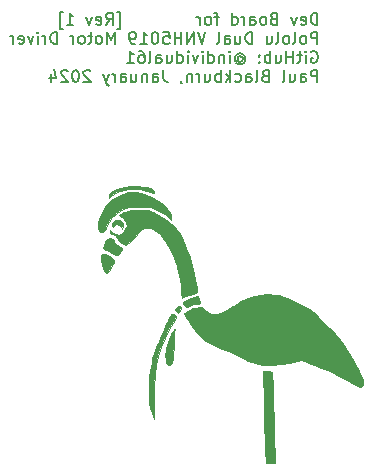
<source format=gbo>
%TF.GenerationSoftware,KiCad,Pcbnew,7.0.10*%
%TF.CreationDate,2024-01-18T22:20:46-08:00*%
%TF.ProjectId,r2dtf dev board rev 1,72326474-6620-4646-9576-20626f617264,rev?*%
%TF.SameCoordinates,Original*%
%TF.FileFunction,Legend,Bot*%
%TF.FilePolarity,Positive*%
%FSLAX46Y46*%
G04 Gerber Fmt 4.6, Leading zero omitted, Abs format (unit mm)*
G04 Created by KiCad (PCBNEW 7.0.10) date 2024-01-18 22:20:46*
%MOMM*%
%LPD*%
G01*
G04 APERTURE LIST*
%ADD10C,0.153000*%
%ADD11C,0.010000*%
%ADD12C,3.200000*%
%ADD13C,1.727200*%
%ADD14R,1.727200X1.727200*%
%ADD15C,2.000000*%
%ADD16O,2.400000X4.400000*%
%ADD17C,1.778000*%
%ADD18R,1.700000X1.700000*%
%ADD19O,1.700000X1.700000*%
G04 APERTURE END LIST*
D10*
X116861247Y-69939663D02*
X116861247Y-68939663D01*
X116861247Y-68939663D02*
X116623152Y-68939663D01*
X116623152Y-68939663D02*
X116480295Y-68987282D01*
X116480295Y-68987282D02*
X116385057Y-69082520D01*
X116385057Y-69082520D02*
X116337438Y-69177758D01*
X116337438Y-69177758D02*
X116289819Y-69368234D01*
X116289819Y-69368234D02*
X116289819Y-69511091D01*
X116289819Y-69511091D02*
X116337438Y-69701567D01*
X116337438Y-69701567D02*
X116385057Y-69796805D01*
X116385057Y-69796805D02*
X116480295Y-69892044D01*
X116480295Y-69892044D02*
X116623152Y-69939663D01*
X116623152Y-69939663D02*
X116861247Y-69939663D01*
X115480295Y-69892044D02*
X115575533Y-69939663D01*
X115575533Y-69939663D02*
X115766009Y-69939663D01*
X115766009Y-69939663D02*
X115861247Y-69892044D01*
X115861247Y-69892044D02*
X115908866Y-69796805D01*
X115908866Y-69796805D02*
X115908866Y-69415853D01*
X115908866Y-69415853D02*
X115861247Y-69320615D01*
X115861247Y-69320615D02*
X115766009Y-69272996D01*
X115766009Y-69272996D02*
X115575533Y-69272996D01*
X115575533Y-69272996D02*
X115480295Y-69320615D01*
X115480295Y-69320615D02*
X115432676Y-69415853D01*
X115432676Y-69415853D02*
X115432676Y-69511091D01*
X115432676Y-69511091D02*
X115908866Y-69606329D01*
X115099342Y-69272996D02*
X114861247Y-69939663D01*
X114861247Y-69939663D02*
X114623152Y-69272996D01*
X113146961Y-69415853D02*
X113004104Y-69463472D01*
X113004104Y-69463472D02*
X112956485Y-69511091D01*
X112956485Y-69511091D02*
X112908866Y-69606329D01*
X112908866Y-69606329D02*
X112908866Y-69749186D01*
X112908866Y-69749186D02*
X112956485Y-69844424D01*
X112956485Y-69844424D02*
X113004104Y-69892044D01*
X113004104Y-69892044D02*
X113099342Y-69939663D01*
X113099342Y-69939663D02*
X113480294Y-69939663D01*
X113480294Y-69939663D02*
X113480294Y-68939663D01*
X113480294Y-68939663D02*
X113146961Y-68939663D01*
X113146961Y-68939663D02*
X113051723Y-68987282D01*
X113051723Y-68987282D02*
X113004104Y-69034901D01*
X113004104Y-69034901D02*
X112956485Y-69130139D01*
X112956485Y-69130139D02*
X112956485Y-69225377D01*
X112956485Y-69225377D02*
X113004104Y-69320615D01*
X113004104Y-69320615D02*
X113051723Y-69368234D01*
X113051723Y-69368234D02*
X113146961Y-69415853D01*
X113146961Y-69415853D02*
X113480294Y-69415853D01*
X112337437Y-69939663D02*
X112432675Y-69892044D01*
X112432675Y-69892044D02*
X112480294Y-69844424D01*
X112480294Y-69844424D02*
X112527913Y-69749186D01*
X112527913Y-69749186D02*
X112527913Y-69463472D01*
X112527913Y-69463472D02*
X112480294Y-69368234D01*
X112480294Y-69368234D02*
X112432675Y-69320615D01*
X112432675Y-69320615D02*
X112337437Y-69272996D01*
X112337437Y-69272996D02*
X112194580Y-69272996D01*
X112194580Y-69272996D02*
X112099342Y-69320615D01*
X112099342Y-69320615D02*
X112051723Y-69368234D01*
X112051723Y-69368234D02*
X112004104Y-69463472D01*
X112004104Y-69463472D02*
X112004104Y-69749186D01*
X112004104Y-69749186D02*
X112051723Y-69844424D01*
X112051723Y-69844424D02*
X112099342Y-69892044D01*
X112099342Y-69892044D02*
X112194580Y-69939663D01*
X112194580Y-69939663D02*
X112337437Y-69939663D01*
X111146961Y-69939663D02*
X111146961Y-69415853D01*
X111146961Y-69415853D02*
X111194580Y-69320615D01*
X111194580Y-69320615D02*
X111289818Y-69272996D01*
X111289818Y-69272996D02*
X111480294Y-69272996D01*
X111480294Y-69272996D02*
X111575532Y-69320615D01*
X111146961Y-69892044D02*
X111242199Y-69939663D01*
X111242199Y-69939663D02*
X111480294Y-69939663D01*
X111480294Y-69939663D02*
X111575532Y-69892044D01*
X111575532Y-69892044D02*
X111623151Y-69796805D01*
X111623151Y-69796805D02*
X111623151Y-69701567D01*
X111623151Y-69701567D02*
X111575532Y-69606329D01*
X111575532Y-69606329D02*
X111480294Y-69558710D01*
X111480294Y-69558710D02*
X111242199Y-69558710D01*
X111242199Y-69558710D02*
X111146961Y-69511091D01*
X110670770Y-69939663D02*
X110670770Y-69272996D01*
X110670770Y-69463472D02*
X110623151Y-69368234D01*
X110623151Y-69368234D02*
X110575532Y-69320615D01*
X110575532Y-69320615D02*
X110480294Y-69272996D01*
X110480294Y-69272996D02*
X110385056Y-69272996D01*
X109623151Y-69939663D02*
X109623151Y-68939663D01*
X109623151Y-69892044D02*
X109718389Y-69939663D01*
X109718389Y-69939663D02*
X109908865Y-69939663D01*
X109908865Y-69939663D02*
X110004103Y-69892044D01*
X110004103Y-69892044D02*
X110051722Y-69844424D01*
X110051722Y-69844424D02*
X110099341Y-69749186D01*
X110099341Y-69749186D02*
X110099341Y-69463472D01*
X110099341Y-69463472D02*
X110051722Y-69368234D01*
X110051722Y-69368234D02*
X110004103Y-69320615D01*
X110004103Y-69320615D02*
X109908865Y-69272996D01*
X109908865Y-69272996D02*
X109718389Y-69272996D01*
X109718389Y-69272996D02*
X109623151Y-69320615D01*
X108527912Y-69272996D02*
X108146960Y-69272996D01*
X108385055Y-69939663D02*
X108385055Y-69082520D01*
X108385055Y-69082520D02*
X108337436Y-68987282D01*
X108337436Y-68987282D02*
X108242198Y-68939663D01*
X108242198Y-68939663D02*
X108146960Y-68939663D01*
X107670769Y-69939663D02*
X107766007Y-69892044D01*
X107766007Y-69892044D02*
X107813626Y-69844424D01*
X107813626Y-69844424D02*
X107861245Y-69749186D01*
X107861245Y-69749186D02*
X107861245Y-69463472D01*
X107861245Y-69463472D02*
X107813626Y-69368234D01*
X107813626Y-69368234D02*
X107766007Y-69320615D01*
X107766007Y-69320615D02*
X107670769Y-69272996D01*
X107670769Y-69272996D02*
X107527912Y-69272996D01*
X107527912Y-69272996D02*
X107432674Y-69320615D01*
X107432674Y-69320615D02*
X107385055Y-69368234D01*
X107385055Y-69368234D02*
X107337436Y-69463472D01*
X107337436Y-69463472D02*
X107337436Y-69749186D01*
X107337436Y-69749186D02*
X107385055Y-69844424D01*
X107385055Y-69844424D02*
X107432674Y-69892044D01*
X107432674Y-69892044D02*
X107527912Y-69939663D01*
X107527912Y-69939663D02*
X107670769Y-69939663D01*
X106908864Y-69939663D02*
X106908864Y-69272996D01*
X106908864Y-69463472D02*
X106861245Y-69368234D01*
X106861245Y-69368234D02*
X106813626Y-69320615D01*
X106813626Y-69320615D02*
X106718388Y-69272996D01*
X106718388Y-69272996D02*
X106623150Y-69272996D01*
X99908862Y-70272996D02*
X100146957Y-70272996D01*
X100146957Y-70272996D02*
X100146957Y-68844424D01*
X100146957Y-68844424D02*
X99908862Y-68844424D01*
X98956481Y-69939663D02*
X99289814Y-69463472D01*
X99527909Y-69939663D02*
X99527909Y-68939663D01*
X99527909Y-68939663D02*
X99146957Y-68939663D01*
X99146957Y-68939663D02*
X99051719Y-68987282D01*
X99051719Y-68987282D02*
X99004100Y-69034901D01*
X99004100Y-69034901D02*
X98956481Y-69130139D01*
X98956481Y-69130139D02*
X98956481Y-69272996D01*
X98956481Y-69272996D02*
X99004100Y-69368234D01*
X99004100Y-69368234D02*
X99051719Y-69415853D01*
X99051719Y-69415853D02*
X99146957Y-69463472D01*
X99146957Y-69463472D02*
X99527909Y-69463472D01*
X98146957Y-69892044D02*
X98242195Y-69939663D01*
X98242195Y-69939663D02*
X98432671Y-69939663D01*
X98432671Y-69939663D02*
X98527909Y-69892044D01*
X98527909Y-69892044D02*
X98575528Y-69796805D01*
X98575528Y-69796805D02*
X98575528Y-69415853D01*
X98575528Y-69415853D02*
X98527909Y-69320615D01*
X98527909Y-69320615D02*
X98432671Y-69272996D01*
X98432671Y-69272996D02*
X98242195Y-69272996D01*
X98242195Y-69272996D02*
X98146957Y-69320615D01*
X98146957Y-69320615D02*
X98099338Y-69415853D01*
X98099338Y-69415853D02*
X98099338Y-69511091D01*
X98099338Y-69511091D02*
X98575528Y-69606329D01*
X97766004Y-69272996D02*
X97527909Y-69939663D01*
X97527909Y-69939663D02*
X97289814Y-69272996D01*
X95623147Y-69939663D02*
X96194575Y-69939663D01*
X95908861Y-69939663D02*
X95908861Y-68939663D01*
X95908861Y-68939663D02*
X96004099Y-69082520D01*
X96004099Y-69082520D02*
X96099337Y-69177758D01*
X96099337Y-69177758D02*
X96194575Y-69225377D01*
X95289813Y-70272996D02*
X95051718Y-70272996D01*
X95051718Y-70272996D02*
X95051718Y-68844424D01*
X95051718Y-68844424D02*
X95289813Y-68844424D01*
X116861247Y-71549663D02*
X116861247Y-70549663D01*
X116861247Y-70549663D02*
X116480295Y-70549663D01*
X116480295Y-70549663D02*
X116385057Y-70597282D01*
X116385057Y-70597282D02*
X116337438Y-70644901D01*
X116337438Y-70644901D02*
X116289819Y-70740139D01*
X116289819Y-70740139D02*
X116289819Y-70882996D01*
X116289819Y-70882996D02*
X116337438Y-70978234D01*
X116337438Y-70978234D02*
X116385057Y-71025853D01*
X116385057Y-71025853D02*
X116480295Y-71073472D01*
X116480295Y-71073472D02*
X116861247Y-71073472D01*
X115718390Y-71549663D02*
X115813628Y-71502044D01*
X115813628Y-71502044D02*
X115861247Y-71454424D01*
X115861247Y-71454424D02*
X115908866Y-71359186D01*
X115908866Y-71359186D02*
X115908866Y-71073472D01*
X115908866Y-71073472D02*
X115861247Y-70978234D01*
X115861247Y-70978234D02*
X115813628Y-70930615D01*
X115813628Y-70930615D02*
X115718390Y-70882996D01*
X115718390Y-70882996D02*
X115575533Y-70882996D01*
X115575533Y-70882996D02*
X115480295Y-70930615D01*
X115480295Y-70930615D02*
X115432676Y-70978234D01*
X115432676Y-70978234D02*
X115385057Y-71073472D01*
X115385057Y-71073472D02*
X115385057Y-71359186D01*
X115385057Y-71359186D02*
X115432676Y-71454424D01*
X115432676Y-71454424D02*
X115480295Y-71502044D01*
X115480295Y-71502044D02*
X115575533Y-71549663D01*
X115575533Y-71549663D02*
X115718390Y-71549663D01*
X114813628Y-71549663D02*
X114908866Y-71502044D01*
X114908866Y-71502044D02*
X114956485Y-71406805D01*
X114956485Y-71406805D02*
X114956485Y-70549663D01*
X114289818Y-71549663D02*
X114385056Y-71502044D01*
X114385056Y-71502044D02*
X114432675Y-71454424D01*
X114432675Y-71454424D02*
X114480294Y-71359186D01*
X114480294Y-71359186D02*
X114480294Y-71073472D01*
X114480294Y-71073472D02*
X114432675Y-70978234D01*
X114432675Y-70978234D02*
X114385056Y-70930615D01*
X114385056Y-70930615D02*
X114289818Y-70882996D01*
X114289818Y-70882996D02*
X114146961Y-70882996D01*
X114146961Y-70882996D02*
X114051723Y-70930615D01*
X114051723Y-70930615D02*
X114004104Y-70978234D01*
X114004104Y-70978234D02*
X113956485Y-71073472D01*
X113956485Y-71073472D02*
X113956485Y-71359186D01*
X113956485Y-71359186D02*
X114004104Y-71454424D01*
X114004104Y-71454424D02*
X114051723Y-71502044D01*
X114051723Y-71502044D02*
X114146961Y-71549663D01*
X114146961Y-71549663D02*
X114289818Y-71549663D01*
X113385056Y-71549663D02*
X113480294Y-71502044D01*
X113480294Y-71502044D02*
X113527913Y-71406805D01*
X113527913Y-71406805D02*
X113527913Y-70549663D01*
X112575532Y-70882996D02*
X112575532Y-71549663D01*
X113004103Y-70882996D02*
X113004103Y-71406805D01*
X113004103Y-71406805D02*
X112956484Y-71502044D01*
X112956484Y-71502044D02*
X112861246Y-71549663D01*
X112861246Y-71549663D02*
X112718389Y-71549663D01*
X112718389Y-71549663D02*
X112623151Y-71502044D01*
X112623151Y-71502044D02*
X112575532Y-71454424D01*
X111337436Y-71549663D02*
X111337436Y-70549663D01*
X111337436Y-70549663D02*
X111099341Y-70549663D01*
X111099341Y-70549663D02*
X110956484Y-70597282D01*
X110956484Y-70597282D02*
X110861246Y-70692520D01*
X110861246Y-70692520D02*
X110813627Y-70787758D01*
X110813627Y-70787758D02*
X110766008Y-70978234D01*
X110766008Y-70978234D02*
X110766008Y-71121091D01*
X110766008Y-71121091D02*
X110813627Y-71311567D01*
X110813627Y-71311567D02*
X110861246Y-71406805D01*
X110861246Y-71406805D02*
X110956484Y-71502044D01*
X110956484Y-71502044D02*
X111099341Y-71549663D01*
X111099341Y-71549663D02*
X111337436Y-71549663D01*
X109908865Y-70882996D02*
X109908865Y-71549663D01*
X110337436Y-70882996D02*
X110337436Y-71406805D01*
X110337436Y-71406805D02*
X110289817Y-71502044D01*
X110289817Y-71502044D02*
X110194579Y-71549663D01*
X110194579Y-71549663D02*
X110051722Y-71549663D01*
X110051722Y-71549663D02*
X109956484Y-71502044D01*
X109956484Y-71502044D02*
X109908865Y-71454424D01*
X109004103Y-71549663D02*
X109004103Y-71025853D01*
X109004103Y-71025853D02*
X109051722Y-70930615D01*
X109051722Y-70930615D02*
X109146960Y-70882996D01*
X109146960Y-70882996D02*
X109337436Y-70882996D01*
X109337436Y-70882996D02*
X109432674Y-70930615D01*
X109004103Y-71502044D02*
X109099341Y-71549663D01*
X109099341Y-71549663D02*
X109337436Y-71549663D01*
X109337436Y-71549663D02*
X109432674Y-71502044D01*
X109432674Y-71502044D02*
X109480293Y-71406805D01*
X109480293Y-71406805D02*
X109480293Y-71311567D01*
X109480293Y-71311567D02*
X109432674Y-71216329D01*
X109432674Y-71216329D02*
X109337436Y-71168710D01*
X109337436Y-71168710D02*
X109099341Y-71168710D01*
X109099341Y-71168710D02*
X109004103Y-71121091D01*
X108385055Y-71549663D02*
X108480293Y-71502044D01*
X108480293Y-71502044D02*
X108527912Y-71406805D01*
X108527912Y-71406805D02*
X108527912Y-70549663D01*
X107385054Y-70549663D02*
X107051721Y-71549663D01*
X107051721Y-71549663D02*
X106718388Y-70549663D01*
X106385054Y-71549663D02*
X106385054Y-70549663D01*
X106385054Y-70549663D02*
X105813626Y-71549663D01*
X105813626Y-71549663D02*
X105813626Y-70549663D01*
X105337435Y-71549663D02*
X105337435Y-70549663D01*
X105337435Y-71025853D02*
X104766007Y-71025853D01*
X104766007Y-71549663D02*
X104766007Y-70549663D01*
X103813626Y-70549663D02*
X104289816Y-70549663D01*
X104289816Y-70549663D02*
X104337435Y-71025853D01*
X104337435Y-71025853D02*
X104289816Y-70978234D01*
X104289816Y-70978234D02*
X104194578Y-70930615D01*
X104194578Y-70930615D02*
X103956483Y-70930615D01*
X103956483Y-70930615D02*
X103861245Y-70978234D01*
X103861245Y-70978234D02*
X103813626Y-71025853D01*
X103813626Y-71025853D02*
X103766007Y-71121091D01*
X103766007Y-71121091D02*
X103766007Y-71359186D01*
X103766007Y-71359186D02*
X103813626Y-71454424D01*
X103813626Y-71454424D02*
X103861245Y-71502044D01*
X103861245Y-71502044D02*
X103956483Y-71549663D01*
X103956483Y-71549663D02*
X104194578Y-71549663D01*
X104194578Y-71549663D02*
X104289816Y-71502044D01*
X104289816Y-71502044D02*
X104337435Y-71454424D01*
X103146959Y-70549663D02*
X103051721Y-70549663D01*
X103051721Y-70549663D02*
X102956483Y-70597282D01*
X102956483Y-70597282D02*
X102908864Y-70644901D01*
X102908864Y-70644901D02*
X102861245Y-70740139D01*
X102861245Y-70740139D02*
X102813626Y-70930615D01*
X102813626Y-70930615D02*
X102813626Y-71168710D01*
X102813626Y-71168710D02*
X102861245Y-71359186D01*
X102861245Y-71359186D02*
X102908864Y-71454424D01*
X102908864Y-71454424D02*
X102956483Y-71502044D01*
X102956483Y-71502044D02*
X103051721Y-71549663D01*
X103051721Y-71549663D02*
X103146959Y-71549663D01*
X103146959Y-71549663D02*
X103242197Y-71502044D01*
X103242197Y-71502044D02*
X103289816Y-71454424D01*
X103289816Y-71454424D02*
X103337435Y-71359186D01*
X103337435Y-71359186D02*
X103385054Y-71168710D01*
X103385054Y-71168710D02*
X103385054Y-70930615D01*
X103385054Y-70930615D02*
X103337435Y-70740139D01*
X103337435Y-70740139D02*
X103289816Y-70644901D01*
X103289816Y-70644901D02*
X103242197Y-70597282D01*
X103242197Y-70597282D02*
X103146959Y-70549663D01*
X101861245Y-71549663D02*
X102432673Y-71549663D01*
X102146959Y-71549663D02*
X102146959Y-70549663D01*
X102146959Y-70549663D02*
X102242197Y-70692520D01*
X102242197Y-70692520D02*
X102337435Y-70787758D01*
X102337435Y-70787758D02*
X102432673Y-70835377D01*
X101385054Y-71549663D02*
X101194578Y-71549663D01*
X101194578Y-71549663D02*
X101099340Y-71502044D01*
X101099340Y-71502044D02*
X101051721Y-71454424D01*
X101051721Y-71454424D02*
X100956483Y-71311567D01*
X100956483Y-71311567D02*
X100908864Y-71121091D01*
X100908864Y-71121091D02*
X100908864Y-70740139D01*
X100908864Y-70740139D02*
X100956483Y-70644901D01*
X100956483Y-70644901D02*
X101004102Y-70597282D01*
X101004102Y-70597282D02*
X101099340Y-70549663D01*
X101099340Y-70549663D02*
X101289816Y-70549663D01*
X101289816Y-70549663D02*
X101385054Y-70597282D01*
X101385054Y-70597282D02*
X101432673Y-70644901D01*
X101432673Y-70644901D02*
X101480292Y-70740139D01*
X101480292Y-70740139D02*
X101480292Y-70978234D01*
X101480292Y-70978234D02*
X101432673Y-71073472D01*
X101432673Y-71073472D02*
X101385054Y-71121091D01*
X101385054Y-71121091D02*
X101289816Y-71168710D01*
X101289816Y-71168710D02*
X101099340Y-71168710D01*
X101099340Y-71168710D02*
X101004102Y-71121091D01*
X101004102Y-71121091D02*
X100956483Y-71073472D01*
X100956483Y-71073472D02*
X100908864Y-70978234D01*
X99718387Y-71549663D02*
X99718387Y-70549663D01*
X99718387Y-70549663D02*
X99385054Y-71263948D01*
X99385054Y-71263948D02*
X99051721Y-70549663D01*
X99051721Y-70549663D02*
X99051721Y-71549663D01*
X98432673Y-71549663D02*
X98527911Y-71502044D01*
X98527911Y-71502044D02*
X98575530Y-71454424D01*
X98575530Y-71454424D02*
X98623149Y-71359186D01*
X98623149Y-71359186D02*
X98623149Y-71073472D01*
X98623149Y-71073472D02*
X98575530Y-70978234D01*
X98575530Y-70978234D02*
X98527911Y-70930615D01*
X98527911Y-70930615D02*
X98432673Y-70882996D01*
X98432673Y-70882996D02*
X98289816Y-70882996D01*
X98289816Y-70882996D02*
X98194578Y-70930615D01*
X98194578Y-70930615D02*
X98146959Y-70978234D01*
X98146959Y-70978234D02*
X98099340Y-71073472D01*
X98099340Y-71073472D02*
X98099340Y-71359186D01*
X98099340Y-71359186D02*
X98146959Y-71454424D01*
X98146959Y-71454424D02*
X98194578Y-71502044D01*
X98194578Y-71502044D02*
X98289816Y-71549663D01*
X98289816Y-71549663D02*
X98432673Y-71549663D01*
X97813625Y-70882996D02*
X97432673Y-70882996D01*
X97670768Y-70549663D02*
X97670768Y-71406805D01*
X97670768Y-71406805D02*
X97623149Y-71502044D01*
X97623149Y-71502044D02*
X97527911Y-71549663D01*
X97527911Y-71549663D02*
X97432673Y-71549663D01*
X96956482Y-71549663D02*
X97051720Y-71502044D01*
X97051720Y-71502044D02*
X97099339Y-71454424D01*
X97099339Y-71454424D02*
X97146958Y-71359186D01*
X97146958Y-71359186D02*
X97146958Y-71073472D01*
X97146958Y-71073472D02*
X97099339Y-70978234D01*
X97099339Y-70978234D02*
X97051720Y-70930615D01*
X97051720Y-70930615D02*
X96956482Y-70882996D01*
X96956482Y-70882996D02*
X96813625Y-70882996D01*
X96813625Y-70882996D02*
X96718387Y-70930615D01*
X96718387Y-70930615D02*
X96670768Y-70978234D01*
X96670768Y-70978234D02*
X96623149Y-71073472D01*
X96623149Y-71073472D02*
X96623149Y-71359186D01*
X96623149Y-71359186D02*
X96670768Y-71454424D01*
X96670768Y-71454424D02*
X96718387Y-71502044D01*
X96718387Y-71502044D02*
X96813625Y-71549663D01*
X96813625Y-71549663D02*
X96956482Y-71549663D01*
X96194577Y-71549663D02*
X96194577Y-70882996D01*
X96194577Y-71073472D02*
X96146958Y-70978234D01*
X96146958Y-70978234D02*
X96099339Y-70930615D01*
X96099339Y-70930615D02*
X96004101Y-70882996D01*
X96004101Y-70882996D02*
X95908863Y-70882996D01*
X94813624Y-71549663D02*
X94813624Y-70549663D01*
X94813624Y-70549663D02*
X94575529Y-70549663D01*
X94575529Y-70549663D02*
X94432672Y-70597282D01*
X94432672Y-70597282D02*
X94337434Y-70692520D01*
X94337434Y-70692520D02*
X94289815Y-70787758D01*
X94289815Y-70787758D02*
X94242196Y-70978234D01*
X94242196Y-70978234D02*
X94242196Y-71121091D01*
X94242196Y-71121091D02*
X94289815Y-71311567D01*
X94289815Y-71311567D02*
X94337434Y-71406805D01*
X94337434Y-71406805D02*
X94432672Y-71502044D01*
X94432672Y-71502044D02*
X94575529Y-71549663D01*
X94575529Y-71549663D02*
X94813624Y-71549663D01*
X93813624Y-71549663D02*
X93813624Y-70882996D01*
X93813624Y-71073472D02*
X93766005Y-70978234D01*
X93766005Y-70978234D02*
X93718386Y-70930615D01*
X93718386Y-70930615D02*
X93623148Y-70882996D01*
X93623148Y-70882996D02*
X93527910Y-70882996D01*
X93194576Y-71549663D02*
X93194576Y-70882996D01*
X93194576Y-70549663D02*
X93242195Y-70597282D01*
X93242195Y-70597282D02*
X93194576Y-70644901D01*
X93194576Y-70644901D02*
X93146957Y-70597282D01*
X93146957Y-70597282D02*
X93194576Y-70549663D01*
X93194576Y-70549663D02*
X93194576Y-70644901D01*
X92813624Y-70882996D02*
X92575529Y-71549663D01*
X92575529Y-71549663D02*
X92337434Y-70882996D01*
X91575529Y-71502044D02*
X91670767Y-71549663D01*
X91670767Y-71549663D02*
X91861243Y-71549663D01*
X91861243Y-71549663D02*
X91956481Y-71502044D01*
X91956481Y-71502044D02*
X92004100Y-71406805D01*
X92004100Y-71406805D02*
X92004100Y-71025853D01*
X92004100Y-71025853D02*
X91956481Y-70930615D01*
X91956481Y-70930615D02*
X91861243Y-70882996D01*
X91861243Y-70882996D02*
X91670767Y-70882996D01*
X91670767Y-70882996D02*
X91575529Y-70930615D01*
X91575529Y-70930615D02*
X91527910Y-71025853D01*
X91527910Y-71025853D02*
X91527910Y-71121091D01*
X91527910Y-71121091D02*
X92004100Y-71216329D01*
X91099338Y-71549663D02*
X91099338Y-70882996D01*
X91099338Y-71073472D02*
X91051719Y-70978234D01*
X91051719Y-70978234D02*
X91004100Y-70930615D01*
X91004100Y-70930615D02*
X90908862Y-70882996D01*
X90908862Y-70882996D02*
X90813624Y-70882996D01*
X116337438Y-72207282D02*
X116432676Y-72159663D01*
X116432676Y-72159663D02*
X116575533Y-72159663D01*
X116575533Y-72159663D02*
X116718390Y-72207282D01*
X116718390Y-72207282D02*
X116813628Y-72302520D01*
X116813628Y-72302520D02*
X116861247Y-72397758D01*
X116861247Y-72397758D02*
X116908866Y-72588234D01*
X116908866Y-72588234D02*
X116908866Y-72731091D01*
X116908866Y-72731091D02*
X116861247Y-72921567D01*
X116861247Y-72921567D02*
X116813628Y-73016805D01*
X116813628Y-73016805D02*
X116718390Y-73112044D01*
X116718390Y-73112044D02*
X116575533Y-73159663D01*
X116575533Y-73159663D02*
X116480295Y-73159663D01*
X116480295Y-73159663D02*
X116337438Y-73112044D01*
X116337438Y-73112044D02*
X116289819Y-73064424D01*
X116289819Y-73064424D02*
X116289819Y-72731091D01*
X116289819Y-72731091D02*
X116480295Y-72731091D01*
X115861247Y-73159663D02*
X115861247Y-72492996D01*
X115861247Y-72159663D02*
X115908866Y-72207282D01*
X115908866Y-72207282D02*
X115861247Y-72254901D01*
X115861247Y-72254901D02*
X115813628Y-72207282D01*
X115813628Y-72207282D02*
X115861247Y-72159663D01*
X115861247Y-72159663D02*
X115861247Y-72254901D01*
X115527914Y-72492996D02*
X115146962Y-72492996D01*
X115385057Y-72159663D02*
X115385057Y-73016805D01*
X115385057Y-73016805D02*
X115337438Y-73112044D01*
X115337438Y-73112044D02*
X115242200Y-73159663D01*
X115242200Y-73159663D02*
X115146962Y-73159663D01*
X114813628Y-73159663D02*
X114813628Y-72159663D01*
X114813628Y-72635853D02*
X114242200Y-72635853D01*
X114242200Y-73159663D02*
X114242200Y-72159663D01*
X113337438Y-72492996D02*
X113337438Y-73159663D01*
X113766009Y-72492996D02*
X113766009Y-73016805D01*
X113766009Y-73016805D02*
X113718390Y-73112044D01*
X113718390Y-73112044D02*
X113623152Y-73159663D01*
X113623152Y-73159663D02*
X113480295Y-73159663D01*
X113480295Y-73159663D02*
X113385057Y-73112044D01*
X113385057Y-73112044D02*
X113337438Y-73064424D01*
X112861247Y-73159663D02*
X112861247Y-72159663D01*
X112861247Y-72540615D02*
X112766009Y-72492996D01*
X112766009Y-72492996D02*
X112575533Y-72492996D01*
X112575533Y-72492996D02*
X112480295Y-72540615D01*
X112480295Y-72540615D02*
X112432676Y-72588234D01*
X112432676Y-72588234D02*
X112385057Y-72683472D01*
X112385057Y-72683472D02*
X112385057Y-72969186D01*
X112385057Y-72969186D02*
X112432676Y-73064424D01*
X112432676Y-73064424D02*
X112480295Y-73112044D01*
X112480295Y-73112044D02*
X112575533Y-73159663D01*
X112575533Y-73159663D02*
X112766009Y-73159663D01*
X112766009Y-73159663D02*
X112861247Y-73112044D01*
X111956485Y-73064424D02*
X111908866Y-73112044D01*
X111908866Y-73112044D02*
X111956485Y-73159663D01*
X111956485Y-73159663D02*
X112004104Y-73112044D01*
X112004104Y-73112044D02*
X111956485Y-73064424D01*
X111956485Y-73064424D02*
X111956485Y-73159663D01*
X111956485Y-72540615D02*
X111908866Y-72588234D01*
X111908866Y-72588234D02*
X111956485Y-72635853D01*
X111956485Y-72635853D02*
X112004104Y-72588234D01*
X112004104Y-72588234D02*
X111956485Y-72540615D01*
X111956485Y-72540615D02*
X111956485Y-72635853D01*
X110099343Y-72683472D02*
X110146962Y-72635853D01*
X110146962Y-72635853D02*
X110242200Y-72588234D01*
X110242200Y-72588234D02*
X110337438Y-72588234D01*
X110337438Y-72588234D02*
X110432676Y-72635853D01*
X110432676Y-72635853D02*
X110480295Y-72683472D01*
X110480295Y-72683472D02*
X110527914Y-72778710D01*
X110527914Y-72778710D02*
X110527914Y-72873948D01*
X110527914Y-72873948D02*
X110480295Y-72969186D01*
X110480295Y-72969186D02*
X110432676Y-73016805D01*
X110432676Y-73016805D02*
X110337438Y-73064424D01*
X110337438Y-73064424D02*
X110242200Y-73064424D01*
X110242200Y-73064424D02*
X110146962Y-73016805D01*
X110146962Y-73016805D02*
X110099343Y-72969186D01*
X110099343Y-72588234D02*
X110099343Y-72969186D01*
X110099343Y-72969186D02*
X110051724Y-73016805D01*
X110051724Y-73016805D02*
X110004105Y-73016805D01*
X110004105Y-73016805D02*
X109908866Y-72969186D01*
X109908866Y-72969186D02*
X109861247Y-72873948D01*
X109861247Y-72873948D02*
X109861247Y-72635853D01*
X109861247Y-72635853D02*
X109956486Y-72492996D01*
X109956486Y-72492996D02*
X110099343Y-72397758D01*
X110099343Y-72397758D02*
X110289819Y-72350139D01*
X110289819Y-72350139D02*
X110480295Y-72397758D01*
X110480295Y-72397758D02*
X110623152Y-72492996D01*
X110623152Y-72492996D02*
X110718390Y-72635853D01*
X110718390Y-72635853D02*
X110766009Y-72826329D01*
X110766009Y-72826329D02*
X110718390Y-73016805D01*
X110718390Y-73016805D02*
X110623152Y-73159663D01*
X110623152Y-73159663D02*
X110480295Y-73254901D01*
X110480295Y-73254901D02*
X110289819Y-73302520D01*
X110289819Y-73302520D02*
X110099343Y-73254901D01*
X110099343Y-73254901D02*
X109956486Y-73159663D01*
X109432676Y-73159663D02*
X109432676Y-72492996D01*
X109432676Y-72159663D02*
X109480295Y-72207282D01*
X109480295Y-72207282D02*
X109432676Y-72254901D01*
X109432676Y-72254901D02*
X109385057Y-72207282D01*
X109385057Y-72207282D02*
X109432676Y-72159663D01*
X109432676Y-72159663D02*
X109432676Y-72254901D01*
X108956486Y-72492996D02*
X108956486Y-73159663D01*
X108956486Y-72588234D02*
X108908867Y-72540615D01*
X108908867Y-72540615D02*
X108813629Y-72492996D01*
X108813629Y-72492996D02*
X108670772Y-72492996D01*
X108670772Y-72492996D02*
X108575534Y-72540615D01*
X108575534Y-72540615D02*
X108527915Y-72635853D01*
X108527915Y-72635853D02*
X108527915Y-73159663D01*
X107623153Y-73159663D02*
X107623153Y-72159663D01*
X107623153Y-73112044D02*
X107718391Y-73159663D01*
X107718391Y-73159663D02*
X107908867Y-73159663D01*
X107908867Y-73159663D02*
X108004105Y-73112044D01*
X108004105Y-73112044D02*
X108051724Y-73064424D01*
X108051724Y-73064424D02*
X108099343Y-72969186D01*
X108099343Y-72969186D02*
X108099343Y-72683472D01*
X108099343Y-72683472D02*
X108051724Y-72588234D01*
X108051724Y-72588234D02*
X108004105Y-72540615D01*
X108004105Y-72540615D02*
X107908867Y-72492996D01*
X107908867Y-72492996D02*
X107718391Y-72492996D01*
X107718391Y-72492996D02*
X107623153Y-72540615D01*
X107146962Y-73159663D02*
X107146962Y-72492996D01*
X107146962Y-72159663D02*
X107194581Y-72207282D01*
X107194581Y-72207282D02*
X107146962Y-72254901D01*
X107146962Y-72254901D02*
X107099343Y-72207282D01*
X107099343Y-72207282D02*
X107146962Y-72159663D01*
X107146962Y-72159663D02*
X107146962Y-72254901D01*
X106766010Y-72492996D02*
X106527915Y-73159663D01*
X106527915Y-73159663D02*
X106289820Y-72492996D01*
X105908867Y-73159663D02*
X105908867Y-72492996D01*
X105908867Y-72159663D02*
X105956486Y-72207282D01*
X105956486Y-72207282D02*
X105908867Y-72254901D01*
X105908867Y-72254901D02*
X105861248Y-72207282D01*
X105861248Y-72207282D02*
X105908867Y-72159663D01*
X105908867Y-72159663D02*
X105908867Y-72254901D01*
X105004106Y-73159663D02*
X105004106Y-72159663D01*
X105004106Y-73112044D02*
X105099344Y-73159663D01*
X105099344Y-73159663D02*
X105289820Y-73159663D01*
X105289820Y-73159663D02*
X105385058Y-73112044D01*
X105385058Y-73112044D02*
X105432677Y-73064424D01*
X105432677Y-73064424D02*
X105480296Y-72969186D01*
X105480296Y-72969186D02*
X105480296Y-72683472D01*
X105480296Y-72683472D02*
X105432677Y-72588234D01*
X105432677Y-72588234D02*
X105385058Y-72540615D01*
X105385058Y-72540615D02*
X105289820Y-72492996D01*
X105289820Y-72492996D02*
X105099344Y-72492996D01*
X105099344Y-72492996D02*
X105004106Y-72540615D01*
X104099344Y-72492996D02*
X104099344Y-73159663D01*
X104527915Y-72492996D02*
X104527915Y-73016805D01*
X104527915Y-73016805D02*
X104480296Y-73112044D01*
X104480296Y-73112044D02*
X104385058Y-73159663D01*
X104385058Y-73159663D02*
X104242201Y-73159663D01*
X104242201Y-73159663D02*
X104146963Y-73112044D01*
X104146963Y-73112044D02*
X104099344Y-73064424D01*
X103194582Y-73159663D02*
X103194582Y-72635853D01*
X103194582Y-72635853D02*
X103242201Y-72540615D01*
X103242201Y-72540615D02*
X103337439Y-72492996D01*
X103337439Y-72492996D02*
X103527915Y-72492996D01*
X103527915Y-72492996D02*
X103623153Y-72540615D01*
X103194582Y-73112044D02*
X103289820Y-73159663D01*
X103289820Y-73159663D02*
X103527915Y-73159663D01*
X103527915Y-73159663D02*
X103623153Y-73112044D01*
X103623153Y-73112044D02*
X103670772Y-73016805D01*
X103670772Y-73016805D02*
X103670772Y-72921567D01*
X103670772Y-72921567D02*
X103623153Y-72826329D01*
X103623153Y-72826329D02*
X103527915Y-72778710D01*
X103527915Y-72778710D02*
X103289820Y-72778710D01*
X103289820Y-72778710D02*
X103194582Y-72731091D01*
X102575534Y-73159663D02*
X102670772Y-73112044D01*
X102670772Y-73112044D02*
X102718391Y-73016805D01*
X102718391Y-73016805D02*
X102718391Y-72159663D01*
X101766010Y-72159663D02*
X101956486Y-72159663D01*
X101956486Y-72159663D02*
X102051724Y-72207282D01*
X102051724Y-72207282D02*
X102099343Y-72254901D01*
X102099343Y-72254901D02*
X102194581Y-72397758D01*
X102194581Y-72397758D02*
X102242200Y-72588234D01*
X102242200Y-72588234D02*
X102242200Y-72969186D01*
X102242200Y-72969186D02*
X102194581Y-73064424D01*
X102194581Y-73064424D02*
X102146962Y-73112044D01*
X102146962Y-73112044D02*
X102051724Y-73159663D01*
X102051724Y-73159663D02*
X101861248Y-73159663D01*
X101861248Y-73159663D02*
X101766010Y-73112044D01*
X101766010Y-73112044D02*
X101718391Y-73064424D01*
X101718391Y-73064424D02*
X101670772Y-72969186D01*
X101670772Y-72969186D02*
X101670772Y-72731091D01*
X101670772Y-72731091D02*
X101718391Y-72635853D01*
X101718391Y-72635853D02*
X101766010Y-72588234D01*
X101766010Y-72588234D02*
X101861248Y-72540615D01*
X101861248Y-72540615D02*
X102051724Y-72540615D01*
X102051724Y-72540615D02*
X102146962Y-72588234D01*
X102146962Y-72588234D02*
X102194581Y-72635853D01*
X102194581Y-72635853D02*
X102242200Y-72731091D01*
X100718391Y-73159663D02*
X101289819Y-73159663D01*
X101004105Y-73159663D02*
X101004105Y-72159663D01*
X101004105Y-72159663D02*
X101099343Y-72302520D01*
X101099343Y-72302520D02*
X101194581Y-72397758D01*
X101194581Y-72397758D02*
X101289819Y-72445377D01*
X116861247Y-74769663D02*
X116861247Y-73769663D01*
X116861247Y-73769663D02*
X116480295Y-73769663D01*
X116480295Y-73769663D02*
X116385057Y-73817282D01*
X116385057Y-73817282D02*
X116337438Y-73864901D01*
X116337438Y-73864901D02*
X116289819Y-73960139D01*
X116289819Y-73960139D02*
X116289819Y-74102996D01*
X116289819Y-74102996D02*
X116337438Y-74198234D01*
X116337438Y-74198234D02*
X116385057Y-74245853D01*
X116385057Y-74245853D02*
X116480295Y-74293472D01*
X116480295Y-74293472D02*
X116861247Y-74293472D01*
X115432676Y-74769663D02*
X115432676Y-74245853D01*
X115432676Y-74245853D02*
X115480295Y-74150615D01*
X115480295Y-74150615D02*
X115575533Y-74102996D01*
X115575533Y-74102996D02*
X115766009Y-74102996D01*
X115766009Y-74102996D02*
X115861247Y-74150615D01*
X115432676Y-74722044D02*
X115527914Y-74769663D01*
X115527914Y-74769663D02*
X115766009Y-74769663D01*
X115766009Y-74769663D02*
X115861247Y-74722044D01*
X115861247Y-74722044D02*
X115908866Y-74626805D01*
X115908866Y-74626805D02*
X115908866Y-74531567D01*
X115908866Y-74531567D02*
X115861247Y-74436329D01*
X115861247Y-74436329D02*
X115766009Y-74388710D01*
X115766009Y-74388710D02*
X115527914Y-74388710D01*
X115527914Y-74388710D02*
X115432676Y-74341091D01*
X114527914Y-74102996D02*
X114527914Y-74769663D01*
X114956485Y-74102996D02*
X114956485Y-74626805D01*
X114956485Y-74626805D02*
X114908866Y-74722044D01*
X114908866Y-74722044D02*
X114813628Y-74769663D01*
X114813628Y-74769663D02*
X114670771Y-74769663D01*
X114670771Y-74769663D02*
X114575533Y-74722044D01*
X114575533Y-74722044D02*
X114527914Y-74674424D01*
X113908866Y-74769663D02*
X114004104Y-74722044D01*
X114004104Y-74722044D02*
X114051723Y-74626805D01*
X114051723Y-74626805D02*
X114051723Y-73769663D01*
X112432675Y-74245853D02*
X112289818Y-74293472D01*
X112289818Y-74293472D02*
X112242199Y-74341091D01*
X112242199Y-74341091D02*
X112194580Y-74436329D01*
X112194580Y-74436329D02*
X112194580Y-74579186D01*
X112194580Y-74579186D02*
X112242199Y-74674424D01*
X112242199Y-74674424D02*
X112289818Y-74722044D01*
X112289818Y-74722044D02*
X112385056Y-74769663D01*
X112385056Y-74769663D02*
X112766008Y-74769663D01*
X112766008Y-74769663D02*
X112766008Y-73769663D01*
X112766008Y-73769663D02*
X112432675Y-73769663D01*
X112432675Y-73769663D02*
X112337437Y-73817282D01*
X112337437Y-73817282D02*
X112289818Y-73864901D01*
X112289818Y-73864901D02*
X112242199Y-73960139D01*
X112242199Y-73960139D02*
X112242199Y-74055377D01*
X112242199Y-74055377D02*
X112289818Y-74150615D01*
X112289818Y-74150615D02*
X112337437Y-74198234D01*
X112337437Y-74198234D02*
X112432675Y-74245853D01*
X112432675Y-74245853D02*
X112766008Y-74245853D01*
X111623151Y-74769663D02*
X111718389Y-74722044D01*
X111718389Y-74722044D02*
X111766008Y-74626805D01*
X111766008Y-74626805D02*
X111766008Y-73769663D01*
X110813627Y-74769663D02*
X110813627Y-74245853D01*
X110813627Y-74245853D02*
X110861246Y-74150615D01*
X110861246Y-74150615D02*
X110956484Y-74102996D01*
X110956484Y-74102996D02*
X111146960Y-74102996D01*
X111146960Y-74102996D02*
X111242198Y-74150615D01*
X110813627Y-74722044D02*
X110908865Y-74769663D01*
X110908865Y-74769663D02*
X111146960Y-74769663D01*
X111146960Y-74769663D02*
X111242198Y-74722044D01*
X111242198Y-74722044D02*
X111289817Y-74626805D01*
X111289817Y-74626805D02*
X111289817Y-74531567D01*
X111289817Y-74531567D02*
X111242198Y-74436329D01*
X111242198Y-74436329D02*
X111146960Y-74388710D01*
X111146960Y-74388710D02*
X110908865Y-74388710D01*
X110908865Y-74388710D02*
X110813627Y-74341091D01*
X109908865Y-74722044D02*
X110004103Y-74769663D01*
X110004103Y-74769663D02*
X110194579Y-74769663D01*
X110194579Y-74769663D02*
X110289817Y-74722044D01*
X110289817Y-74722044D02*
X110337436Y-74674424D01*
X110337436Y-74674424D02*
X110385055Y-74579186D01*
X110385055Y-74579186D02*
X110385055Y-74293472D01*
X110385055Y-74293472D02*
X110337436Y-74198234D01*
X110337436Y-74198234D02*
X110289817Y-74150615D01*
X110289817Y-74150615D02*
X110194579Y-74102996D01*
X110194579Y-74102996D02*
X110004103Y-74102996D01*
X110004103Y-74102996D02*
X109908865Y-74150615D01*
X109480293Y-74769663D02*
X109480293Y-73769663D01*
X109385055Y-74388710D02*
X109099341Y-74769663D01*
X109099341Y-74102996D02*
X109480293Y-74483948D01*
X108670769Y-74769663D02*
X108670769Y-73769663D01*
X108670769Y-74150615D02*
X108575531Y-74102996D01*
X108575531Y-74102996D02*
X108385055Y-74102996D01*
X108385055Y-74102996D02*
X108289817Y-74150615D01*
X108289817Y-74150615D02*
X108242198Y-74198234D01*
X108242198Y-74198234D02*
X108194579Y-74293472D01*
X108194579Y-74293472D02*
X108194579Y-74579186D01*
X108194579Y-74579186D02*
X108242198Y-74674424D01*
X108242198Y-74674424D02*
X108289817Y-74722044D01*
X108289817Y-74722044D02*
X108385055Y-74769663D01*
X108385055Y-74769663D02*
X108575531Y-74769663D01*
X108575531Y-74769663D02*
X108670769Y-74722044D01*
X107337436Y-74102996D02*
X107337436Y-74769663D01*
X107766007Y-74102996D02*
X107766007Y-74626805D01*
X107766007Y-74626805D02*
X107718388Y-74722044D01*
X107718388Y-74722044D02*
X107623150Y-74769663D01*
X107623150Y-74769663D02*
X107480293Y-74769663D01*
X107480293Y-74769663D02*
X107385055Y-74722044D01*
X107385055Y-74722044D02*
X107337436Y-74674424D01*
X106861245Y-74769663D02*
X106861245Y-74102996D01*
X106861245Y-74293472D02*
X106813626Y-74198234D01*
X106813626Y-74198234D02*
X106766007Y-74150615D01*
X106766007Y-74150615D02*
X106670769Y-74102996D01*
X106670769Y-74102996D02*
X106575531Y-74102996D01*
X106242197Y-74102996D02*
X106242197Y-74769663D01*
X106242197Y-74198234D02*
X106194578Y-74150615D01*
X106194578Y-74150615D02*
X106099340Y-74102996D01*
X106099340Y-74102996D02*
X105956483Y-74102996D01*
X105956483Y-74102996D02*
X105861245Y-74150615D01*
X105861245Y-74150615D02*
X105813626Y-74245853D01*
X105813626Y-74245853D02*
X105813626Y-74769663D01*
X105289816Y-74722044D02*
X105289816Y-74769663D01*
X105289816Y-74769663D02*
X105337435Y-74864901D01*
X105337435Y-74864901D02*
X105385054Y-74912520D01*
X103813626Y-73769663D02*
X103813626Y-74483948D01*
X103813626Y-74483948D02*
X103861245Y-74626805D01*
X103861245Y-74626805D02*
X103956483Y-74722044D01*
X103956483Y-74722044D02*
X104099340Y-74769663D01*
X104099340Y-74769663D02*
X104194578Y-74769663D01*
X102908864Y-74769663D02*
X102908864Y-74245853D01*
X102908864Y-74245853D02*
X102956483Y-74150615D01*
X102956483Y-74150615D02*
X103051721Y-74102996D01*
X103051721Y-74102996D02*
X103242197Y-74102996D01*
X103242197Y-74102996D02*
X103337435Y-74150615D01*
X102908864Y-74722044D02*
X103004102Y-74769663D01*
X103004102Y-74769663D02*
X103242197Y-74769663D01*
X103242197Y-74769663D02*
X103337435Y-74722044D01*
X103337435Y-74722044D02*
X103385054Y-74626805D01*
X103385054Y-74626805D02*
X103385054Y-74531567D01*
X103385054Y-74531567D02*
X103337435Y-74436329D01*
X103337435Y-74436329D02*
X103242197Y-74388710D01*
X103242197Y-74388710D02*
X103004102Y-74388710D01*
X103004102Y-74388710D02*
X102908864Y-74341091D01*
X102432673Y-74102996D02*
X102432673Y-74769663D01*
X102432673Y-74198234D02*
X102385054Y-74150615D01*
X102385054Y-74150615D02*
X102289816Y-74102996D01*
X102289816Y-74102996D02*
X102146959Y-74102996D01*
X102146959Y-74102996D02*
X102051721Y-74150615D01*
X102051721Y-74150615D02*
X102004102Y-74245853D01*
X102004102Y-74245853D02*
X102004102Y-74769663D01*
X101099340Y-74102996D02*
X101099340Y-74769663D01*
X101527911Y-74102996D02*
X101527911Y-74626805D01*
X101527911Y-74626805D02*
X101480292Y-74722044D01*
X101480292Y-74722044D02*
X101385054Y-74769663D01*
X101385054Y-74769663D02*
X101242197Y-74769663D01*
X101242197Y-74769663D02*
X101146959Y-74722044D01*
X101146959Y-74722044D02*
X101099340Y-74674424D01*
X100194578Y-74769663D02*
X100194578Y-74245853D01*
X100194578Y-74245853D02*
X100242197Y-74150615D01*
X100242197Y-74150615D02*
X100337435Y-74102996D01*
X100337435Y-74102996D02*
X100527911Y-74102996D01*
X100527911Y-74102996D02*
X100623149Y-74150615D01*
X100194578Y-74722044D02*
X100289816Y-74769663D01*
X100289816Y-74769663D02*
X100527911Y-74769663D01*
X100527911Y-74769663D02*
X100623149Y-74722044D01*
X100623149Y-74722044D02*
X100670768Y-74626805D01*
X100670768Y-74626805D02*
X100670768Y-74531567D01*
X100670768Y-74531567D02*
X100623149Y-74436329D01*
X100623149Y-74436329D02*
X100527911Y-74388710D01*
X100527911Y-74388710D02*
X100289816Y-74388710D01*
X100289816Y-74388710D02*
X100194578Y-74341091D01*
X99718387Y-74769663D02*
X99718387Y-74102996D01*
X99718387Y-74293472D02*
X99670768Y-74198234D01*
X99670768Y-74198234D02*
X99623149Y-74150615D01*
X99623149Y-74150615D02*
X99527911Y-74102996D01*
X99527911Y-74102996D02*
X99432673Y-74102996D01*
X99194577Y-74102996D02*
X98956482Y-74769663D01*
X98718387Y-74102996D02*
X98956482Y-74769663D01*
X98956482Y-74769663D02*
X99051720Y-75007758D01*
X99051720Y-75007758D02*
X99099339Y-75055377D01*
X99099339Y-75055377D02*
X99194577Y-75102996D01*
X97623148Y-73864901D02*
X97575529Y-73817282D01*
X97575529Y-73817282D02*
X97480291Y-73769663D01*
X97480291Y-73769663D02*
X97242196Y-73769663D01*
X97242196Y-73769663D02*
X97146958Y-73817282D01*
X97146958Y-73817282D02*
X97099339Y-73864901D01*
X97099339Y-73864901D02*
X97051720Y-73960139D01*
X97051720Y-73960139D02*
X97051720Y-74055377D01*
X97051720Y-74055377D02*
X97099339Y-74198234D01*
X97099339Y-74198234D02*
X97670767Y-74769663D01*
X97670767Y-74769663D02*
X97051720Y-74769663D01*
X96432672Y-73769663D02*
X96337434Y-73769663D01*
X96337434Y-73769663D02*
X96242196Y-73817282D01*
X96242196Y-73817282D02*
X96194577Y-73864901D01*
X96194577Y-73864901D02*
X96146958Y-73960139D01*
X96146958Y-73960139D02*
X96099339Y-74150615D01*
X96099339Y-74150615D02*
X96099339Y-74388710D01*
X96099339Y-74388710D02*
X96146958Y-74579186D01*
X96146958Y-74579186D02*
X96194577Y-74674424D01*
X96194577Y-74674424D02*
X96242196Y-74722044D01*
X96242196Y-74722044D02*
X96337434Y-74769663D01*
X96337434Y-74769663D02*
X96432672Y-74769663D01*
X96432672Y-74769663D02*
X96527910Y-74722044D01*
X96527910Y-74722044D02*
X96575529Y-74674424D01*
X96575529Y-74674424D02*
X96623148Y-74579186D01*
X96623148Y-74579186D02*
X96670767Y-74388710D01*
X96670767Y-74388710D02*
X96670767Y-74150615D01*
X96670767Y-74150615D02*
X96623148Y-73960139D01*
X96623148Y-73960139D02*
X96575529Y-73864901D01*
X96575529Y-73864901D02*
X96527910Y-73817282D01*
X96527910Y-73817282D02*
X96432672Y-73769663D01*
X95718386Y-73864901D02*
X95670767Y-73817282D01*
X95670767Y-73817282D02*
X95575529Y-73769663D01*
X95575529Y-73769663D02*
X95337434Y-73769663D01*
X95337434Y-73769663D02*
X95242196Y-73817282D01*
X95242196Y-73817282D02*
X95194577Y-73864901D01*
X95194577Y-73864901D02*
X95146958Y-73960139D01*
X95146958Y-73960139D02*
X95146958Y-74055377D01*
X95146958Y-74055377D02*
X95194577Y-74198234D01*
X95194577Y-74198234D02*
X95766005Y-74769663D01*
X95766005Y-74769663D02*
X95146958Y-74769663D01*
X94289815Y-74102996D02*
X94289815Y-74769663D01*
X94527910Y-73722044D02*
X94766005Y-74436329D01*
X94766005Y-74436329D02*
X94146958Y-74436329D01*
%TO.C,G\u002A\u002A\u002A*%
D11*
X112651627Y-99295859D02*
X113036427Y-99326464D01*
X113084947Y-100609785D01*
X113085274Y-100618455D01*
X113099811Y-101052122D01*
X113116103Y-101617274D01*
X113133232Y-102276987D01*
X113150280Y-102994339D01*
X113166331Y-103732408D01*
X113180466Y-104454272D01*
X113227465Y-107015439D01*
X112485482Y-107015439D01*
X112432142Y-105893606D01*
X112427550Y-105791673D01*
X112411520Y-105372226D01*
X112393708Y-104826015D01*
X112375020Y-104185288D01*
X112356369Y-103482295D01*
X112338664Y-102749287D01*
X112322814Y-102018513D01*
X112266826Y-99265255D01*
X112651627Y-99295859D01*
G36*
X112651627Y-99295859D02*
G01*
X113036427Y-99326464D01*
X113084947Y-100609785D01*
X113085274Y-100618455D01*
X113099811Y-101052122D01*
X113116103Y-101617274D01*
X113133232Y-102276987D01*
X113150280Y-102994339D01*
X113166331Y-103732408D01*
X113180466Y-104454272D01*
X113227465Y-107015439D01*
X112485482Y-107015439D01*
X112432142Y-105893606D01*
X112427550Y-105791673D01*
X112411520Y-105372226D01*
X112393708Y-104826015D01*
X112375020Y-104185288D01*
X112356369Y-103482295D01*
X112338664Y-102749287D01*
X112322814Y-102018513D01*
X112266826Y-99265255D01*
X112651627Y-99295859D01*
G37*
X104495814Y-94415804D02*
X104626236Y-94463310D01*
X104787932Y-94539500D01*
X104906512Y-94611288D01*
X104907403Y-94613935D01*
X104870468Y-94707630D01*
X104770332Y-94904809D01*
X104626116Y-95167538D01*
X104324270Y-95718607D01*
X103937780Y-96502652D01*
X103632571Y-97249518D01*
X103400249Y-97993150D01*
X103232419Y-98767492D01*
X103120687Y-99606489D01*
X103056660Y-100544084D01*
X103031944Y-101614223D01*
X103020520Y-103282673D01*
X102787686Y-102591719D01*
X102726207Y-102393945D01*
X102616490Y-101895554D01*
X102561753Y-101347217D01*
X102561470Y-100721205D01*
X102615118Y-99989787D01*
X102722173Y-99125235D01*
X102744746Y-98968520D01*
X102819709Y-98498976D01*
X102897718Y-98127476D01*
X102994223Y-97798986D01*
X103124675Y-97458472D01*
X103304523Y-97050902D01*
X103423584Y-96788018D01*
X103654658Y-96269750D01*
X103885720Y-95743127D01*
X104081087Y-95289106D01*
X104202609Y-95004055D01*
X104331182Y-94706652D01*
X104423088Y-94499059D01*
X104463828Y-94414412D01*
X104495814Y-94415804D01*
G36*
X104495814Y-94415804D02*
G01*
X104626236Y-94463310D01*
X104787932Y-94539500D01*
X104906512Y-94611288D01*
X104907403Y-94613935D01*
X104870468Y-94707630D01*
X104770332Y-94904809D01*
X104626116Y-95167538D01*
X104324270Y-95718607D01*
X103937780Y-96502652D01*
X103632571Y-97249518D01*
X103400249Y-97993150D01*
X103232419Y-98767492D01*
X103120687Y-99606489D01*
X103056660Y-100544084D01*
X103031944Y-101614223D01*
X103020520Y-103282673D01*
X102787686Y-102591719D01*
X102726207Y-102393945D01*
X102616490Y-101895554D01*
X102561753Y-101347217D01*
X102561470Y-100721205D01*
X102615118Y-99989787D01*
X102722173Y-99125235D01*
X102744746Y-98968520D01*
X102819709Y-98498976D01*
X102897718Y-98127476D01*
X102994223Y-97798986D01*
X103124675Y-97458472D01*
X103304523Y-97050902D01*
X103423584Y-96788018D01*
X103654658Y-96269750D01*
X103885720Y-95743127D01*
X104081087Y-95289106D01*
X104202609Y-95004055D01*
X104331182Y-94706652D01*
X104423088Y-94499059D01*
X104463828Y-94414412D01*
X104495814Y-94415804D01*
G37*
X112742468Y-92758908D02*
X113191003Y-92784315D01*
X113589142Y-92854521D01*
X114027186Y-92983692D01*
X114307286Y-93088474D01*
X114718189Y-93268113D01*
X115162118Y-93483931D01*
X115607694Y-93718635D01*
X116023536Y-93954926D01*
X116378263Y-94175509D01*
X116640496Y-94363088D01*
X116778853Y-94500365D01*
X116806408Y-94538695D01*
X116952518Y-94706982D01*
X117186321Y-94954060D01*
X117482084Y-95253154D01*
X117814073Y-95577489D01*
X117976543Y-95735792D01*
X118497978Y-96284092D01*
X118956633Y-96842822D01*
X119379698Y-97450117D01*
X119794362Y-98144114D01*
X120227815Y-98962947D01*
X120264651Y-99035934D01*
X120485337Y-99482943D01*
X120633581Y-99812280D01*
X120716926Y-100051175D01*
X120742917Y-100226853D01*
X120719099Y-100366544D01*
X120653016Y-100497475D01*
X120576054Y-100599377D01*
X120502824Y-100644493D01*
X120440293Y-100611304D01*
X120249436Y-100508288D01*
X119955694Y-100349066D01*
X119583994Y-100147152D01*
X119159264Y-99916060D01*
X118884029Y-99769278D01*
X118381375Y-99514506D01*
X117891595Y-99281100D01*
X117459346Y-99090042D01*
X117129289Y-98962314D01*
X117032006Y-98929225D01*
X116630439Y-98787947D01*
X116246821Y-98646701D01*
X115952688Y-98531671D01*
X115507524Y-98347728D01*
X114471022Y-98554007D01*
X113781482Y-98673358D01*
X112980331Y-98749892D01*
X112268165Y-98732064D01*
X111613340Y-98616201D01*
X110984210Y-98398631D01*
X110349131Y-98075682D01*
X110182127Y-97982797D01*
X109744639Y-97762074D01*
X109260600Y-97540591D01*
X108807588Y-97354635D01*
X108253824Y-97131871D01*
X107711615Y-96872088D01*
X107273539Y-96601183D01*
X106905304Y-96297438D01*
X106572615Y-95939132D01*
X106377708Y-95686887D01*
X106160398Y-95375586D01*
X105951143Y-95051341D01*
X105773058Y-94751457D01*
X105649257Y-94513239D01*
X105602853Y-94373993D01*
X105642376Y-94312261D01*
X105804725Y-94200169D01*
X106050782Y-94077029D01*
X106335057Y-93964853D01*
X106612061Y-93885653D01*
X106864395Y-93836635D01*
X107032219Y-93836075D01*
X107165412Y-93903332D01*
X107330947Y-94054099D01*
X107559981Y-94243004D01*
X107891854Y-94400248D01*
X108258274Y-94435232D01*
X108677610Y-94345921D01*
X109168232Y-94130278D01*
X109748510Y-93786270D01*
X109775774Y-93768645D01*
X110430402Y-93371928D01*
X111004350Y-93085017D01*
X111532192Y-92895390D01*
X112048502Y-92790525D01*
X112587853Y-92757899D01*
X112742468Y-92758908D01*
G36*
X112742468Y-92758908D02*
G01*
X113191003Y-92784315D01*
X113589142Y-92854521D01*
X114027186Y-92983692D01*
X114307286Y-93088474D01*
X114718189Y-93268113D01*
X115162118Y-93483931D01*
X115607694Y-93718635D01*
X116023536Y-93954926D01*
X116378263Y-94175509D01*
X116640496Y-94363088D01*
X116778853Y-94500365D01*
X116806408Y-94538695D01*
X116952518Y-94706982D01*
X117186321Y-94954060D01*
X117482084Y-95253154D01*
X117814073Y-95577489D01*
X117976543Y-95735792D01*
X118497978Y-96284092D01*
X118956633Y-96842822D01*
X119379698Y-97450117D01*
X119794362Y-98144114D01*
X120227815Y-98962947D01*
X120264651Y-99035934D01*
X120485337Y-99482943D01*
X120633581Y-99812280D01*
X120716926Y-100051175D01*
X120742917Y-100226853D01*
X120719099Y-100366544D01*
X120653016Y-100497475D01*
X120576054Y-100599377D01*
X120502824Y-100644493D01*
X120440293Y-100611304D01*
X120249436Y-100508288D01*
X119955694Y-100349066D01*
X119583994Y-100147152D01*
X119159264Y-99916060D01*
X118884029Y-99769278D01*
X118381375Y-99514506D01*
X117891595Y-99281100D01*
X117459346Y-99090042D01*
X117129289Y-98962314D01*
X117032006Y-98929225D01*
X116630439Y-98787947D01*
X116246821Y-98646701D01*
X115952688Y-98531671D01*
X115507524Y-98347728D01*
X114471022Y-98554007D01*
X113781482Y-98673358D01*
X112980331Y-98749892D01*
X112268165Y-98732064D01*
X111613340Y-98616201D01*
X110984210Y-98398631D01*
X110349131Y-98075682D01*
X110182127Y-97982797D01*
X109744639Y-97762074D01*
X109260600Y-97540591D01*
X108807588Y-97354635D01*
X108253824Y-97131871D01*
X107711615Y-96872088D01*
X107273539Y-96601183D01*
X106905304Y-96297438D01*
X106572615Y-95939132D01*
X106377708Y-95686887D01*
X106160398Y-95375586D01*
X105951143Y-95051341D01*
X105773058Y-94751457D01*
X105649257Y-94513239D01*
X105602853Y-94373993D01*
X105642376Y-94312261D01*
X105804725Y-94200169D01*
X106050782Y-94077029D01*
X106335057Y-93964853D01*
X106612061Y-93885653D01*
X106864395Y-93836635D01*
X107032219Y-93836075D01*
X107165412Y-93903332D01*
X107330947Y-94054099D01*
X107559981Y-94243004D01*
X107891854Y-94400248D01*
X108258274Y-94435232D01*
X108677610Y-94345921D01*
X109168232Y-94130278D01*
X109748510Y-93786270D01*
X109775774Y-93768645D01*
X110430402Y-93371928D01*
X111004350Y-93085017D01*
X111532192Y-92895390D01*
X112048502Y-92790525D01*
X112587853Y-92757899D01*
X112742468Y-92758908D01*
G37*
X104777059Y-95737365D02*
X104750137Y-95972281D01*
X104732106Y-96112259D01*
X104705029Y-96450476D01*
X104685401Y-96862896D01*
X104676567Y-97289599D01*
X104665698Y-97717170D01*
X104621508Y-98187832D01*
X104543384Y-98496099D01*
X104484460Y-98630692D01*
X104393558Y-98770318D01*
X104295113Y-98775325D01*
X104149020Y-98662650D01*
X104121993Y-98635758D01*
X104044726Y-98500571D01*
X104005256Y-98284385D01*
X103994186Y-97943568D01*
X104001904Y-97689103D01*
X104044670Y-97372746D01*
X104137825Y-97034667D01*
X104295842Y-96610928D01*
X104385181Y-96390692D01*
X104558934Y-95987219D01*
X104681882Y-95744238D01*
X104754449Y-95661152D01*
X104777059Y-95737365D01*
G36*
X104777059Y-95737365D02*
G01*
X104750137Y-95972281D01*
X104732106Y-96112259D01*
X104705029Y-96450476D01*
X104685401Y-96862896D01*
X104676567Y-97289599D01*
X104665698Y-97717170D01*
X104621508Y-98187832D01*
X104543384Y-98496099D01*
X104484460Y-98630692D01*
X104393558Y-98770318D01*
X104295113Y-98775325D01*
X104149020Y-98662650D01*
X104121993Y-98635758D01*
X104044726Y-98500571D01*
X104005256Y-98284385D01*
X103994186Y-97943568D01*
X104001904Y-97689103D01*
X104044670Y-97372746D01*
X104137825Y-97034667D01*
X104295842Y-96610928D01*
X104385181Y-96390692D01*
X104558934Y-95987219D01*
X104681882Y-95744238D01*
X104754449Y-95661152D01*
X104777059Y-95737365D01*
G37*
X105298297Y-93822630D02*
X105341308Y-93945474D01*
X105261208Y-94151672D01*
X105182833Y-94254588D01*
X105018561Y-94307876D01*
X104849945Y-94199394D01*
X104848122Y-94197155D01*
X104818858Y-94049551D01*
X104898459Y-93891674D01*
X105041218Y-93779494D01*
X105201428Y-93768983D01*
X105298297Y-93822630D01*
G36*
X105298297Y-93822630D02*
G01*
X105341308Y-93945474D01*
X105261208Y-94151672D01*
X105182833Y-94254588D01*
X105018561Y-94307876D01*
X104849945Y-94199394D01*
X104848122Y-94197155D01*
X104818858Y-94049551D01*
X104898459Y-93891674D01*
X105041218Y-93779494D01*
X105201428Y-93768983D01*
X105298297Y-93822630D01*
G37*
X106834778Y-93169572D02*
X106854921Y-93218282D01*
X106927976Y-93405651D01*
X106957520Y-93500441D01*
X106934253Y-93516097D01*
X106789218Y-93554068D01*
X106555353Y-93593668D01*
X106444326Y-93611987D01*
X106157947Y-93681219D01*
X105946298Y-93761529D01*
X105823074Y-93817764D01*
X105705744Y-93803016D01*
X105575570Y-93664984D01*
X105488223Y-93532571D01*
X105478708Y-93423663D01*
X105572319Y-93325417D01*
X105788667Y-93217800D01*
X106147359Y-93080777D01*
X106712037Y-92875810D01*
X106834778Y-93169572D01*
G36*
X106834778Y-93169572D02*
G01*
X106854921Y-93218282D01*
X106927976Y-93405651D01*
X106957520Y-93500441D01*
X106934253Y-93516097D01*
X106789218Y-93554068D01*
X106555353Y-93593668D01*
X106444326Y-93611987D01*
X106157947Y-93681219D01*
X105946298Y-93761529D01*
X105823074Y-93817764D01*
X105705744Y-93803016D01*
X105575570Y-93664984D01*
X105488223Y-93532571D01*
X105478708Y-93423663D01*
X105572319Y-93325417D01*
X105788667Y-93217800D01*
X106147359Y-93080777D01*
X106712037Y-92875810D01*
X106834778Y-93169572D01*
G37*
X102192900Y-85641606D02*
X102491520Y-85658968D01*
X102717329Y-85698574D01*
X102919579Y-85769224D01*
X103147520Y-85879716D01*
X103525165Y-86095658D01*
X103988729Y-86409270D01*
X104416998Y-86747585D01*
X104770402Y-87078898D01*
X105009374Y-87371507D01*
X105102146Y-87521488D01*
X105440645Y-88153895D01*
X105763473Y-88880006D01*
X106046125Y-89641096D01*
X106264097Y-90378439D01*
X106313533Y-90578684D01*
X106423620Y-91050454D01*
X106522156Y-91506291D01*
X106603431Y-91916479D01*
X106661731Y-92251301D01*
X106691344Y-92481041D01*
X106686557Y-92575984D01*
X106682657Y-92578159D01*
X106575768Y-92621404D01*
X106357264Y-92703858D01*
X106068520Y-92809862D01*
X106026531Y-92825073D01*
X105737408Y-92928003D01*
X105517778Y-93003172D01*
X105412353Y-93035225D01*
X105402159Y-93032888D01*
X105364210Y-92935728D01*
X105348853Y-92738805D01*
X105340245Y-92514504D01*
X105290015Y-92035382D01*
X105203717Y-91482286D01*
X105091495Y-90910160D01*
X104963498Y-90373948D01*
X104829871Y-89928592D01*
X104753804Y-89719471D01*
X104391624Y-88911038D01*
X103968059Y-88226276D01*
X103495505Y-87686015D01*
X103244894Y-87465156D01*
X102942504Y-87257435D01*
X102656852Y-87149617D01*
X102341284Y-87118772D01*
X102170335Y-87136239D01*
X101998548Y-87228949D01*
X101817629Y-87436272D01*
X101700216Y-87585186D01*
X101464076Y-87853106D01*
X101208111Y-88115232D01*
X100964617Y-88340690D01*
X100765887Y-88498606D01*
X100644213Y-88558106D01*
X100404103Y-88502646D01*
X100131481Y-88314991D01*
X99920277Y-88030681D01*
X99894861Y-87982734D01*
X99720841Y-87756472D01*
X99503734Y-87655782D01*
X99474306Y-87649477D01*
X99303666Y-87570954D01*
X99259537Y-87425689D01*
X99274099Y-87335238D01*
X99309520Y-87353387D01*
X99370936Y-87434056D01*
X99559199Y-87564396D01*
X99798088Y-87668738D01*
X100017161Y-87711439D01*
X100056101Y-87706881D01*
X100244767Y-87622073D01*
X100444699Y-87463952D01*
X100608176Y-87255236D01*
X100704091Y-86939618D01*
X100633573Y-86620240D01*
X100397161Y-86310189D01*
X100102136Y-86031944D01*
X100502995Y-85834525D01*
X100615582Y-85781926D01*
X100823107Y-85707660D01*
X101056706Y-85663717D01*
X101364060Y-85642822D01*
X101792853Y-85637700D01*
X102192900Y-85641606D01*
G36*
X102192900Y-85641606D02*
G01*
X102491520Y-85658968D01*
X102717329Y-85698574D01*
X102919579Y-85769224D01*
X103147520Y-85879716D01*
X103525165Y-86095658D01*
X103988729Y-86409270D01*
X104416998Y-86747585D01*
X104770402Y-87078898D01*
X105009374Y-87371507D01*
X105102146Y-87521488D01*
X105440645Y-88153895D01*
X105763473Y-88880006D01*
X106046125Y-89641096D01*
X106264097Y-90378439D01*
X106313533Y-90578684D01*
X106423620Y-91050454D01*
X106522156Y-91506291D01*
X106603431Y-91916479D01*
X106661731Y-92251301D01*
X106691344Y-92481041D01*
X106686557Y-92575984D01*
X106682657Y-92578159D01*
X106575768Y-92621404D01*
X106357264Y-92703858D01*
X106068520Y-92809862D01*
X106026531Y-92825073D01*
X105737408Y-92928003D01*
X105517778Y-93003172D01*
X105412353Y-93035225D01*
X105402159Y-93032888D01*
X105364210Y-92935728D01*
X105348853Y-92738805D01*
X105340245Y-92514504D01*
X105290015Y-92035382D01*
X105203717Y-91482286D01*
X105091495Y-90910160D01*
X104963498Y-90373948D01*
X104829871Y-89928592D01*
X104753804Y-89719471D01*
X104391624Y-88911038D01*
X103968059Y-88226276D01*
X103495505Y-87686015D01*
X103244894Y-87465156D01*
X102942504Y-87257435D01*
X102656852Y-87149617D01*
X102341284Y-87118772D01*
X102170335Y-87136239D01*
X101998548Y-87228949D01*
X101817629Y-87436272D01*
X101700216Y-87585186D01*
X101464076Y-87853106D01*
X101208111Y-88115232D01*
X100964617Y-88340690D01*
X100765887Y-88498606D01*
X100644213Y-88558106D01*
X100404103Y-88502646D01*
X100131481Y-88314991D01*
X99920277Y-88030681D01*
X99894861Y-87982734D01*
X99720841Y-87756472D01*
X99503734Y-87655782D01*
X99474306Y-87649477D01*
X99303666Y-87570954D01*
X99259537Y-87425689D01*
X99274099Y-87335238D01*
X99309520Y-87353387D01*
X99370936Y-87434056D01*
X99559199Y-87564396D01*
X99798088Y-87668738D01*
X100017161Y-87711439D01*
X100056101Y-87706881D01*
X100244767Y-87622073D01*
X100444699Y-87463952D01*
X100608176Y-87255236D01*
X100704091Y-86939618D01*
X100633573Y-86620240D01*
X100397161Y-86310189D01*
X100102136Y-86031944D01*
X100502995Y-85834525D01*
X100615582Y-85781926D01*
X100823107Y-85707660D01*
X101056706Y-85663717D01*
X101364060Y-85642822D01*
X101792853Y-85637700D01*
X102192900Y-85641606D01*
G37*
X98877450Y-89375870D02*
X99117313Y-89457963D01*
X99360621Y-89589313D01*
X99554250Y-89749034D01*
X99585784Y-89786050D01*
X99629046Y-89874318D01*
X99615344Y-89989903D01*
X99534906Y-90172268D01*
X99377958Y-90460873D01*
X99347014Y-90515294D01*
X99188400Y-90767146D01*
X99055294Y-90937136D01*
X98973828Y-90990986D01*
X98918685Y-90960986D01*
X98781185Y-90784536D01*
X98666365Y-90507463D01*
X98584584Y-90179618D01*
X98546206Y-89850856D01*
X98561589Y-89571031D01*
X98641096Y-89389996D01*
X98694156Y-89363923D01*
X98877450Y-89375870D01*
G36*
X98877450Y-89375870D02*
G01*
X99117313Y-89457963D01*
X99360621Y-89589313D01*
X99554250Y-89749034D01*
X99585784Y-89786050D01*
X99629046Y-89874318D01*
X99615344Y-89989903D01*
X99534906Y-90172268D01*
X99377958Y-90460873D01*
X99347014Y-90515294D01*
X99188400Y-90767146D01*
X99055294Y-90937136D01*
X98973828Y-90990986D01*
X98918685Y-90960986D01*
X98781185Y-90784536D01*
X98666365Y-90507463D01*
X98584584Y-90179618D01*
X98546206Y-89850856D01*
X98561589Y-89571031D01*
X98641096Y-89389996D01*
X98694156Y-89363923D01*
X98877450Y-89375870D01*
G37*
X99513687Y-88074164D02*
X99627708Y-88267432D01*
X99656938Y-88337351D01*
X99815424Y-88528493D01*
X100052277Y-88711851D01*
X100310711Y-88839833D01*
X100326166Y-88862436D01*
X100292992Y-88987606D01*
X100183711Y-89178257D01*
X100053034Y-89359351D01*
X99928051Y-89465120D01*
X99796057Y-89450691D01*
X99604590Y-89329791D01*
X99580639Y-89313238D01*
X99334531Y-89168484D01*
X99062353Y-89037778D01*
X98992146Y-89006558D01*
X98815572Y-88905589D01*
X98744853Y-88826766D01*
X98780517Y-88669748D01*
X98878791Y-88433563D01*
X99003198Y-88204103D01*
X99116899Y-88057537D01*
X99137388Y-88041893D01*
X99330931Y-87991047D01*
X99513687Y-88074164D01*
G36*
X99513687Y-88074164D02*
G01*
X99627708Y-88267432D01*
X99656938Y-88337351D01*
X99815424Y-88528493D01*
X100052277Y-88711851D01*
X100310711Y-88839833D01*
X100326166Y-88862436D01*
X100292992Y-88987606D01*
X100183711Y-89178257D01*
X100053034Y-89359351D01*
X99928051Y-89465120D01*
X99796057Y-89450691D01*
X99604590Y-89329791D01*
X99580639Y-89313238D01*
X99334531Y-89168484D01*
X99062353Y-89037778D01*
X98992146Y-89006558D01*
X98815572Y-88905589D01*
X98744853Y-88826766D01*
X98780517Y-88669748D01*
X98878791Y-88433563D01*
X99003198Y-88204103D01*
X99116899Y-88057537D01*
X99137388Y-88041893D01*
X99330931Y-87991047D01*
X99513687Y-88074164D01*
G37*
X102162696Y-84236393D02*
X102619199Y-84424430D01*
X103086439Y-84683372D01*
X103526913Y-84987445D01*
X103914673Y-85314692D01*
X104223771Y-85643158D01*
X104428258Y-85950886D01*
X104502186Y-86215922D01*
X104502186Y-86458980D01*
X104191075Y-86185821D01*
X104186914Y-86182188D01*
X103947875Y-86005898D01*
X103623696Y-85806591D01*
X103283297Y-85626717D01*
X103233746Y-85603049D01*
X102963413Y-85481198D01*
X102737932Y-85404336D01*
X102503766Y-85362179D01*
X102207381Y-85344442D01*
X101795242Y-85340839D01*
X101425995Y-85344023D01*
X101110021Y-85360779D01*
X100867391Y-85400026D01*
X100646527Y-85470633D01*
X100395853Y-85581469D01*
X99911788Y-85865543D01*
X99487918Y-86228554D01*
X99173259Y-86630651D01*
X98997146Y-87041221D01*
X98963745Y-87173650D01*
X98895882Y-87359466D01*
X98806668Y-87439985D01*
X98662109Y-87457439D01*
X98575643Y-87452724D01*
X98363402Y-87366324D01*
X98259734Y-87162182D01*
X98257084Y-86828567D01*
X98365187Y-86373155D01*
X98581864Y-85868973D01*
X98874527Y-85386888D01*
X99211703Y-84987600D01*
X99590311Y-84666765D01*
X100195482Y-84316228D01*
X100834168Y-84125558D01*
X101494022Y-84097899D01*
X102162696Y-84236393D01*
G36*
X102162696Y-84236393D02*
G01*
X102619199Y-84424430D01*
X103086439Y-84683372D01*
X103526913Y-84987445D01*
X103914673Y-85314692D01*
X104223771Y-85643158D01*
X104428258Y-85950886D01*
X104502186Y-86215922D01*
X104502186Y-86458980D01*
X104191075Y-86185821D01*
X104186914Y-86182188D01*
X103947875Y-86005898D01*
X103623696Y-85806591D01*
X103283297Y-85626717D01*
X103233746Y-85603049D01*
X102963413Y-85481198D01*
X102737932Y-85404336D01*
X102503766Y-85362179D01*
X102207381Y-85344442D01*
X101795242Y-85340839D01*
X101425995Y-85344023D01*
X101110021Y-85360779D01*
X100867391Y-85400026D01*
X100646527Y-85470633D01*
X100395853Y-85581469D01*
X99911788Y-85865543D01*
X99487918Y-86228554D01*
X99173259Y-86630651D01*
X98997146Y-87041221D01*
X98963745Y-87173650D01*
X98895882Y-87359466D01*
X98806668Y-87439985D01*
X98662109Y-87457439D01*
X98575643Y-87452724D01*
X98363402Y-87366324D01*
X98259734Y-87162182D01*
X98257084Y-86828567D01*
X98365187Y-86373155D01*
X98581864Y-85868973D01*
X98874527Y-85386888D01*
X99211703Y-84987600D01*
X99590311Y-84666765D01*
X100195482Y-84316228D01*
X100834168Y-84125558D01*
X101494022Y-84097899D01*
X102162696Y-84236393D01*
G37*
X100067222Y-86458410D02*
X100266745Y-86570377D01*
X100392355Y-86760652D01*
X100398606Y-87009527D01*
X100338955Y-87245772D01*
X100216533Y-87012939D01*
X100103276Y-86868972D01*
X99914214Y-86778599D01*
X99729967Y-86808526D01*
X99603063Y-86963025D01*
X99572726Y-87040537D01*
X99527102Y-87091297D01*
X99476871Y-86993429D01*
X99467908Y-86851055D01*
X99549218Y-86641176D01*
X99628224Y-86548237D01*
X99839233Y-86444461D01*
X100067222Y-86458410D01*
G36*
X100067222Y-86458410D02*
G01*
X100266745Y-86570377D01*
X100392355Y-86760652D01*
X100398606Y-87009527D01*
X100338955Y-87245772D01*
X100216533Y-87012939D01*
X100103276Y-86868972D01*
X99914214Y-86778599D01*
X99729967Y-86808526D01*
X99603063Y-86963025D01*
X99572726Y-87040537D01*
X99527102Y-87091297D01*
X99476871Y-86993429D01*
X99467908Y-86851055D01*
X99549218Y-86641176D01*
X99628224Y-86548237D01*
X99839233Y-86444461D01*
X100067222Y-86458410D01*
G37*
X101602304Y-83589335D02*
X101660861Y-83594004D01*
X102129009Y-83638434D01*
X102460973Y-83689025D01*
X102686717Y-83754105D01*
X102836203Y-83842006D01*
X102939393Y-83961056D01*
X103026711Y-84117119D01*
X103045348Y-84201166D01*
X103041014Y-84202955D01*
X102931994Y-84182864D01*
X102712721Y-84116619D01*
X102424750Y-84016579D01*
X102115375Y-83912497D01*
X101825384Y-83847820D01*
X101517017Y-83825855D01*
X101115520Y-83836311D01*
X100809781Y-83856671D01*
X100475513Y-83905440D01*
X100187176Y-83993602D01*
X99872854Y-84138657D01*
X99600732Y-84287283D01*
X99389790Y-84420437D01*
X99285853Y-84509207D01*
X99225214Y-84568867D01*
X99189148Y-84522339D01*
X99195189Y-84398660D01*
X99249872Y-84245676D01*
X99403937Y-84073999D01*
X99709594Y-83895210D01*
X100117834Y-83747424D01*
X100593081Y-83640566D01*
X101099763Y-83584561D01*
X101602304Y-83589335D01*
G36*
X101602304Y-83589335D02*
G01*
X101660861Y-83594004D01*
X102129009Y-83638434D01*
X102460973Y-83689025D01*
X102686717Y-83754105D01*
X102836203Y-83842006D01*
X102939393Y-83961056D01*
X103026711Y-84117119D01*
X103045348Y-84201166D01*
X103041014Y-84202955D01*
X102931994Y-84182864D01*
X102712721Y-84116619D01*
X102424750Y-84016579D01*
X102115375Y-83912497D01*
X101825384Y-83847820D01*
X101517017Y-83825855D01*
X101115520Y-83836311D01*
X100809781Y-83856671D01*
X100475513Y-83905440D01*
X100187176Y-83993602D01*
X99872854Y-84138657D01*
X99600732Y-84287283D01*
X99389790Y-84420437D01*
X99285853Y-84509207D01*
X99225214Y-84568867D01*
X99189148Y-84522339D01*
X99195189Y-84398660D01*
X99249872Y-84245676D01*
X99403937Y-84073999D01*
X99709594Y-83895210D01*
X100117834Y-83747424D01*
X100593081Y-83640566D01*
X101099763Y-83584561D01*
X101602304Y-83589335D01*
G37*
%TD*%
%LPC*%
D12*
%TO.C,REF\u002A\u002A*%
X143300000Y-67200000D03*
%TD*%
%TO.C,REF\u002A\u002A*%
X66500000Y-108000000D03*
%TD*%
%TO.C,REF\u002A\u002A*%
X165500000Y-131000000D03*
%TD*%
%TO.C,REF\u002A\u002A*%
X58000000Y-66000000D03*
%TD*%
D13*
%TO.C,XA1*%
X102880000Y-132490000D03*
X128280000Y-132490000D03*
X107960000Y-132490000D03*
X110500000Y-132490000D03*
X113040000Y-132490000D03*
X115580000Y-132490000D03*
X118120000Y-132490000D03*
X120660000Y-132490000D03*
X123200000Y-132490000D03*
X125740000Y-132490000D03*
X105420000Y-132490000D03*
X133360000Y-117250000D03*
X135900000Y-117250000D03*
X125740000Y-117250000D03*
X123200000Y-117250000D03*
X120660000Y-117250000D03*
X118120000Y-117250000D03*
X115580000Y-117250000D03*
X113040000Y-117250000D03*
X110500000Y-117250000D03*
X107960000Y-117250000D03*
X105420000Y-117250000D03*
X102880000Y-117250000D03*
X100340000Y-117250000D03*
X100340000Y-132490000D03*
D14*
X128280000Y-117250000D03*
X133360000Y-132490000D03*
D13*
X130820000Y-117250000D03*
X130820000Y-132490000D03*
X135900000Y-132490000D03*
%TD*%
D15*
%TO.C,J1*%
X59600000Y-95750000D03*
X59600000Y-100750000D03*
%TD*%
D16*
%TO.C,SW1*%
X67100000Y-88200000D03*
X62400000Y-88200000D03*
%TD*%
D17*
%TO.C,U2*%
X159662500Y-93267500D03*
X159662500Y-90727500D03*
X159662500Y-88187500D03*
X159662500Y-85647500D03*
X159662500Y-83107500D03*
X159662500Y-80567500D03*
X159662500Y-78027500D03*
X159662500Y-75487500D03*
X159662500Y-72947500D03*
X159662500Y-70407500D03*
X159662500Y-67867500D03*
X159662500Y-65327500D03*
X159662500Y-62787500D03*
X97686500Y-62787500D03*
X100226500Y-62787500D03*
X102766500Y-62787500D03*
X105306500Y-62787500D03*
X107846500Y-62787500D03*
X97686500Y-111047500D03*
X100226500Y-111047500D03*
X102766500Y-111047500D03*
X105306500Y-111047500D03*
X107846500Y-111047500D03*
%TD*%
D15*
%TO.C,J6*%
X76100000Y-100750000D03*
X76100000Y-95750000D03*
%TD*%
D18*
%TO.C,J5*%
X87655400Y-65659000D03*
D19*
X85115400Y-65659000D03*
X82575400Y-65659000D03*
X80035400Y-65659000D03*
X77495400Y-65659000D03*
X74955400Y-65659000D03*
%TD*%
D18*
%TO.C,J4*%
X74880000Y-108686600D03*
D19*
X77420000Y-108686600D03*
X79960000Y-108686600D03*
X82500000Y-108686600D03*
X85040000Y-108686600D03*
X87580000Y-108686600D03*
%TD*%
D17*
%TO.C,J2*%
X87172800Y-114736100D03*
X84632800Y-114736100D03*
%TD*%
%TO.C,J9*%
X143484600Y-121056400D03*
X143484600Y-123596400D03*
X143484600Y-126136400D03*
X143484600Y-128676400D03*
%TD*%
%TO.C,J10*%
X58000000Y-108079500D03*
X58000000Y-110619500D03*
X58000000Y-113159500D03*
X58000000Y-115699500D03*
%TD*%
D15*
%TO.C,J8*%
X76100000Y-80750000D03*
X76100000Y-75750000D03*
%TD*%
D17*
%TO.C,J3*%
X87172800Y-118986100D03*
X84632800Y-118986100D03*
%TD*%
%TO.C,J13*%
X58000000Y-123024000D03*
X58000000Y-125564000D03*
X58000000Y-128104000D03*
X58000000Y-130644000D03*
%TD*%
D15*
%TO.C,J7*%
X76100000Y-90750000D03*
X76100000Y-85750000D03*
%TD*%
D17*
%TO.C,J12*%
X166860500Y-62780500D03*
X166860500Y-65320500D03*
X166860500Y-67860500D03*
X166860500Y-70400500D03*
X166860500Y-72940500D03*
%TD*%
%TO.C,U3*%
X148996400Y-116687600D03*
X151536400Y-116687600D03*
X154076400Y-116687600D03*
X156616400Y-116687600D03*
X159156400Y-116687600D03*
%TD*%
%TO.C,J14*%
X76600000Y-121524000D03*
X76600000Y-124064000D03*
X76600000Y-126604000D03*
X76600000Y-129144000D03*
X76600000Y-131684000D03*
%TD*%
%TO.C,J11*%
X166860500Y-77250000D03*
X166860500Y-79790000D03*
X166860500Y-82330000D03*
X166860500Y-84870000D03*
X166860500Y-87410000D03*
%TD*%
%LPD*%
M02*

</source>
